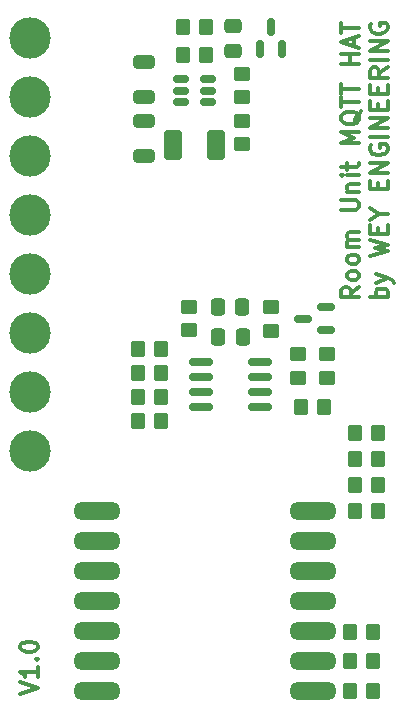
<source format=gbr>
%TF.GenerationSoftware,KiCad,Pcbnew,9.0.0*%
%TF.CreationDate,2025-03-15T15:58:51+01:00*%
%TF.ProjectId,RoomUnit_MQTT_PCB,526f6f6d-556e-4697-945f-4d5154545f50,rev?*%
%TF.SameCoordinates,Original*%
%TF.FileFunction,Soldermask,Top*%
%TF.FilePolarity,Negative*%
%FSLAX46Y46*%
G04 Gerber Fmt 4.6, Leading zero omitted, Abs format (unit mm)*
G04 Created by KiCad (PCBNEW 9.0.0) date 2025-03-15 15:58:51*
%MOMM*%
%LPD*%
G01*
G04 APERTURE LIST*
G04 Aperture macros list*
%AMRoundRect*
0 Rectangle with rounded corners*
0 $1 Rounding radius*
0 $2 $3 $4 $5 $6 $7 $8 $9 X,Y pos of 4 corners*
0 Add a 4 corners polygon primitive as box body*
4,1,4,$2,$3,$4,$5,$6,$7,$8,$9,$2,$3,0*
0 Add four circle primitives for the rounded corners*
1,1,$1+$1,$2,$3*
1,1,$1+$1,$4,$5*
1,1,$1+$1,$6,$7*
1,1,$1+$1,$8,$9*
0 Add four rect primitives between the rounded corners*
20,1,$1+$1,$2,$3,$4,$5,0*
20,1,$1+$1,$4,$5,$6,$7,0*
20,1,$1+$1,$6,$7,$8,$9,0*
20,1,$1+$1,$8,$9,$2,$3,0*%
G04 Aperture macros list end*
%ADD10C,0.300000*%
%ADD11RoundRect,0.250001X-0.499999X-0.999999X0.499999X-0.999999X0.499999X0.999999X-0.499999X0.999999X0*%
%ADD12RoundRect,0.250000X-0.350000X-0.450000X0.350000X-0.450000X0.350000X0.450000X-0.350000X0.450000X0*%
%ADD13O,4.000000X1.524000*%
%ADD14RoundRect,0.250000X-0.450000X0.350000X-0.450000X-0.350000X0.450000X-0.350000X0.450000X0.350000X0*%
%ADD15RoundRect,0.250000X0.450000X-0.350000X0.450000X0.350000X-0.450000X0.350000X-0.450000X-0.350000X0*%
%ADD16RoundRect,0.250000X-0.650000X0.325000X-0.650000X-0.325000X0.650000X-0.325000X0.650000X0.325000X0*%
%ADD17RoundRect,0.250000X-0.475000X0.337500X-0.475000X-0.337500X0.475000X-0.337500X0.475000X0.337500X0*%
%ADD18RoundRect,0.150000X0.512500X0.150000X-0.512500X0.150000X-0.512500X-0.150000X0.512500X-0.150000X0*%
%ADD19C,3.500000*%
%ADD20RoundRect,0.250000X0.350000X0.450000X-0.350000X0.450000X-0.350000X-0.450000X0.350000X-0.450000X0*%
%ADD21RoundRect,0.250000X0.650000X-0.325000X0.650000X0.325000X-0.650000X0.325000X-0.650000X-0.325000X0*%
%ADD22RoundRect,0.250000X0.337500X0.475000X-0.337500X0.475000X-0.337500X-0.475000X0.337500X-0.475000X0*%
%ADD23RoundRect,0.150000X0.587500X0.150000X-0.587500X0.150000X-0.587500X-0.150000X0.587500X-0.150000X0*%
%ADD24RoundRect,0.150000X-0.825000X-0.150000X0.825000X-0.150000X0.825000X0.150000X-0.825000X0.150000X0*%
%ADD25RoundRect,0.150000X0.150000X-0.587500X0.150000X0.587500X-0.150000X0.587500X-0.150000X-0.587500X0*%
G04 APERTURE END LIST*
D10*
X151500828Y-98259774D02*
X153000828Y-97759774D01*
X153000828Y-97759774D02*
X151500828Y-97259774D01*
X153000828Y-95974060D02*
X153000828Y-96831203D01*
X153000828Y-96402632D02*
X151500828Y-96402632D01*
X151500828Y-96402632D02*
X151715114Y-96545489D01*
X151715114Y-96545489D02*
X151857971Y-96688346D01*
X151857971Y-96688346D02*
X151929400Y-96831203D01*
X152857971Y-95331204D02*
X152929400Y-95259775D01*
X152929400Y-95259775D02*
X153000828Y-95331204D01*
X153000828Y-95331204D02*
X152929400Y-95402632D01*
X152929400Y-95402632D02*
X152857971Y-95331204D01*
X152857971Y-95331204D02*
X153000828Y-95331204D01*
X151500828Y-94331203D02*
X151500828Y-94188346D01*
X151500828Y-94188346D02*
X151572257Y-94045489D01*
X151572257Y-94045489D02*
X151643685Y-93974061D01*
X151643685Y-93974061D02*
X151786542Y-93902632D01*
X151786542Y-93902632D02*
X152072257Y-93831203D01*
X152072257Y-93831203D02*
X152429400Y-93831203D01*
X152429400Y-93831203D02*
X152715114Y-93902632D01*
X152715114Y-93902632D02*
X152857971Y-93974061D01*
X152857971Y-93974061D02*
X152929400Y-94045489D01*
X152929400Y-94045489D02*
X153000828Y-94188346D01*
X153000828Y-94188346D02*
X153000828Y-94331203D01*
X153000828Y-94331203D02*
X152929400Y-94474061D01*
X152929400Y-94474061D02*
X152857971Y-94545489D01*
X152857971Y-94545489D02*
X152715114Y-94616918D01*
X152715114Y-94616918D02*
X152429400Y-94688346D01*
X152429400Y-94688346D02*
X152072257Y-94688346D01*
X152072257Y-94688346D02*
X151786542Y-94616918D01*
X151786542Y-94616918D02*
X151643685Y-94545489D01*
X151643685Y-94545489D02*
X151572257Y-94474061D01*
X151572257Y-94474061D02*
X151500828Y-94331203D01*
X180185912Y-63788346D02*
X179471626Y-64288346D01*
X180185912Y-64645489D02*
X178685912Y-64645489D01*
X178685912Y-64645489D02*
X178685912Y-64074060D01*
X178685912Y-64074060D02*
X178757341Y-63931203D01*
X178757341Y-63931203D02*
X178828769Y-63859774D01*
X178828769Y-63859774D02*
X178971626Y-63788346D01*
X178971626Y-63788346D02*
X179185912Y-63788346D01*
X179185912Y-63788346D02*
X179328769Y-63859774D01*
X179328769Y-63859774D02*
X179400198Y-63931203D01*
X179400198Y-63931203D02*
X179471626Y-64074060D01*
X179471626Y-64074060D02*
X179471626Y-64645489D01*
X180185912Y-62931203D02*
X180114484Y-63074060D01*
X180114484Y-63074060D02*
X180043055Y-63145489D01*
X180043055Y-63145489D02*
X179900198Y-63216917D01*
X179900198Y-63216917D02*
X179471626Y-63216917D01*
X179471626Y-63216917D02*
X179328769Y-63145489D01*
X179328769Y-63145489D02*
X179257341Y-63074060D01*
X179257341Y-63074060D02*
X179185912Y-62931203D01*
X179185912Y-62931203D02*
X179185912Y-62716917D01*
X179185912Y-62716917D02*
X179257341Y-62574060D01*
X179257341Y-62574060D02*
X179328769Y-62502632D01*
X179328769Y-62502632D02*
X179471626Y-62431203D01*
X179471626Y-62431203D02*
X179900198Y-62431203D01*
X179900198Y-62431203D02*
X180043055Y-62502632D01*
X180043055Y-62502632D02*
X180114484Y-62574060D01*
X180114484Y-62574060D02*
X180185912Y-62716917D01*
X180185912Y-62716917D02*
X180185912Y-62931203D01*
X180185912Y-61574060D02*
X180114484Y-61716917D01*
X180114484Y-61716917D02*
X180043055Y-61788346D01*
X180043055Y-61788346D02*
X179900198Y-61859774D01*
X179900198Y-61859774D02*
X179471626Y-61859774D01*
X179471626Y-61859774D02*
X179328769Y-61788346D01*
X179328769Y-61788346D02*
X179257341Y-61716917D01*
X179257341Y-61716917D02*
X179185912Y-61574060D01*
X179185912Y-61574060D02*
X179185912Y-61359774D01*
X179185912Y-61359774D02*
X179257341Y-61216917D01*
X179257341Y-61216917D02*
X179328769Y-61145489D01*
X179328769Y-61145489D02*
X179471626Y-61074060D01*
X179471626Y-61074060D02*
X179900198Y-61074060D01*
X179900198Y-61074060D02*
X180043055Y-61145489D01*
X180043055Y-61145489D02*
X180114484Y-61216917D01*
X180114484Y-61216917D02*
X180185912Y-61359774D01*
X180185912Y-61359774D02*
X180185912Y-61574060D01*
X180185912Y-60431203D02*
X179185912Y-60431203D01*
X179328769Y-60431203D02*
X179257341Y-60359774D01*
X179257341Y-60359774D02*
X179185912Y-60216917D01*
X179185912Y-60216917D02*
X179185912Y-60002631D01*
X179185912Y-60002631D02*
X179257341Y-59859774D01*
X179257341Y-59859774D02*
X179400198Y-59788346D01*
X179400198Y-59788346D02*
X180185912Y-59788346D01*
X179400198Y-59788346D02*
X179257341Y-59716917D01*
X179257341Y-59716917D02*
X179185912Y-59574060D01*
X179185912Y-59574060D02*
X179185912Y-59359774D01*
X179185912Y-59359774D02*
X179257341Y-59216917D01*
X179257341Y-59216917D02*
X179400198Y-59145488D01*
X179400198Y-59145488D02*
X180185912Y-59145488D01*
X178685912Y-57288346D02*
X179900198Y-57288346D01*
X179900198Y-57288346D02*
X180043055Y-57216917D01*
X180043055Y-57216917D02*
X180114484Y-57145489D01*
X180114484Y-57145489D02*
X180185912Y-57002631D01*
X180185912Y-57002631D02*
X180185912Y-56716917D01*
X180185912Y-56716917D02*
X180114484Y-56574060D01*
X180114484Y-56574060D02*
X180043055Y-56502631D01*
X180043055Y-56502631D02*
X179900198Y-56431203D01*
X179900198Y-56431203D02*
X178685912Y-56431203D01*
X179185912Y-55716917D02*
X180185912Y-55716917D01*
X179328769Y-55716917D02*
X179257341Y-55645488D01*
X179257341Y-55645488D02*
X179185912Y-55502631D01*
X179185912Y-55502631D02*
X179185912Y-55288345D01*
X179185912Y-55288345D02*
X179257341Y-55145488D01*
X179257341Y-55145488D02*
X179400198Y-55074060D01*
X179400198Y-55074060D02*
X180185912Y-55074060D01*
X180185912Y-54359774D02*
X179185912Y-54359774D01*
X178685912Y-54359774D02*
X178757341Y-54431202D01*
X178757341Y-54431202D02*
X178828769Y-54359774D01*
X178828769Y-54359774D02*
X178757341Y-54288345D01*
X178757341Y-54288345D02*
X178685912Y-54359774D01*
X178685912Y-54359774D02*
X178828769Y-54359774D01*
X179185912Y-53859773D02*
X179185912Y-53288345D01*
X178685912Y-53645488D02*
X179971626Y-53645488D01*
X179971626Y-53645488D02*
X180114484Y-53574059D01*
X180114484Y-53574059D02*
X180185912Y-53431202D01*
X180185912Y-53431202D02*
X180185912Y-53288345D01*
X180185912Y-51645488D02*
X178685912Y-51645488D01*
X178685912Y-51645488D02*
X179757341Y-51145488D01*
X179757341Y-51145488D02*
X178685912Y-50645488D01*
X178685912Y-50645488D02*
X180185912Y-50645488D01*
X180328769Y-48931202D02*
X180257341Y-49074059D01*
X180257341Y-49074059D02*
X180114484Y-49216916D01*
X180114484Y-49216916D02*
X179900198Y-49431202D01*
X179900198Y-49431202D02*
X179828769Y-49574059D01*
X179828769Y-49574059D02*
X179828769Y-49716916D01*
X180185912Y-49645487D02*
X180114484Y-49788345D01*
X180114484Y-49788345D02*
X179971626Y-49931202D01*
X179971626Y-49931202D02*
X179685912Y-50002630D01*
X179685912Y-50002630D02*
X179185912Y-50002630D01*
X179185912Y-50002630D02*
X178900198Y-49931202D01*
X178900198Y-49931202D02*
X178757341Y-49788345D01*
X178757341Y-49788345D02*
X178685912Y-49645487D01*
X178685912Y-49645487D02*
X178685912Y-49359773D01*
X178685912Y-49359773D02*
X178757341Y-49216916D01*
X178757341Y-49216916D02*
X178900198Y-49074059D01*
X178900198Y-49074059D02*
X179185912Y-49002630D01*
X179185912Y-49002630D02*
X179685912Y-49002630D01*
X179685912Y-49002630D02*
X179971626Y-49074059D01*
X179971626Y-49074059D02*
X180114484Y-49216916D01*
X180114484Y-49216916D02*
X180185912Y-49359773D01*
X180185912Y-49359773D02*
X180185912Y-49645487D01*
X178685912Y-48574058D02*
X178685912Y-47716916D01*
X180185912Y-48145487D02*
X178685912Y-48145487D01*
X178685912Y-47431201D02*
X178685912Y-46574059D01*
X180185912Y-47002630D02*
X178685912Y-47002630D01*
X180185912Y-44931202D02*
X178685912Y-44931202D01*
X179400198Y-44931202D02*
X179400198Y-44074059D01*
X180185912Y-44074059D02*
X178685912Y-44074059D01*
X179757341Y-43431201D02*
X179757341Y-42716916D01*
X180185912Y-43574058D02*
X178685912Y-43074058D01*
X178685912Y-43074058D02*
X180185912Y-42574058D01*
X178685912Y-42288344D02*
X178685912Y-41431202D01*
X180185912Y-41859773D02*
X178685912Y-41859773D01*
X182600828Y-64645489D02*
X181100828Y-64645489D01*
X181672257Y-64645489D02*
X181600828Y-64502632D01*
X181600828Y-64502632D02*
X181600828Y-64216917D01*
X181600828Y-64216917D02*
X181672257Y-64074060D01*
X181672257Y-64074060D02*
X181743685Y-64002632D01*
X181743685Y-64002632D02*
X181886542Y-63931203D01*
X181886542Y-63931203D02*
X182315114Y-63931203D01*
X182315114Y-63931203D02*
X182457971Y-64002632D01*
X182457971Y-64002632D02*
X182529400Y-64074060D01*
X182529400Y-64074060D02*
X182600828Y-64216917D01*
X182600828Y-64216917D02*
X182600828Y-64502632D01*
X182600828Y-64502632D02*
X182529400Y-64645489D01*
X181600828Y-63431203D02*
X182600828Y-63074060D01*
X181600828Y-62716917D02*
X182600828Y-63074060D01*
X182600828Y-63074060D02*
X182957971Y-63216917D01*
X182957971Y-63216917D02*
X183029400Y-63288346D01*
X183029400Y-63288346D02*
X183100828Y-63431203D01*
X181100828Y-61145489D02*
X182600828Y-60788346D01*
X182600828Y-60788346D02*
X181529400Y-60502632D01*
X181529400Y-60502632D02*
X182600828Y-60216917D01*
X182600828Y-60216917D02*
X181100828Y-59859775D01*
X181815114Y-59288346D02*
X181815114Y-58788346D01*
X182600828Y-58574060D02*
X182600828Y-59288346D01*
X182600828Y-59288346D02*
X181100828Y-59288346D01*
X181100828Y-59288346D02*
X181100828Y-58574060D01*
X181886542Y-57645488D02*
X182600828Y-57645488D01*
X181100828Y-58145488D02*
X181886542Y-57645488D01*
X181886542Y-57645488D02*
X181100828Y-57145488D01*
X181815114Y-55502632D02*
X181815114Y-55002632D01*
X182600828Y-54788346D02*
X182600828Y-55502632D01*
X182600828Y-55502632D02*
X181100828Y-55502632D01*
X181100828Y-55502632D02*
X181100828Y-54788346D01*
X182600828Y-54145489D02*
X181100828Y-54145489D01*
X181100828Y-54145489D02*
X182600828Y-53288346D01*
X182600828Y-53288346D02*
X181100828Y-53288346D01*
X181172257Y-51788345D02*
X181100828Y-51931203D01*
X181100828Y-51931203D02*
X181100828Y-52145488D01*
X181100828Y-52145488D02*
X181172257Y-52359774D01*
X181172257Y-52359774D02*
X181315114Y-52502631D01*
X181315114Y-52502631D02*
X181457971Y-52574060D01*
X181457971Y-52574060D02*
X181743685Y-52645488D01*
X181743685Y-52645488D02*
X181957971Y-52645488D01*
X181957971Y-52645488D02*
X182243685Y-52574060D01*
X182243685Y-52574060D02*
X182386542Y-52502631D01*
X182386542Y-52502631D02*
X182529400Y-52359774D01*
X182529400Y-52359774D02*
X182600828Y-52145488D01*
X182600828Y-52145488D02*
X182600828Y-52002631D01*
X182600828Y-52002631D02*
X182529400Y-51788345D01*
X182529400Y-51788345D02*
X182457971Y-51716917D01*
X182457971Y-51716917D02*
X181957971Y-51716917D01*
X181957971Y-51716917D02*
X181957971Y-52002631D01*
X182600828Y-51074060D02*
X181100828Y-51074060D01*
X182600828Y-50359774D02*
X181100828Y-50359774D01*
X181100828Y-50359774D02*
X182600828Y-49502631D01*
X182600828Y-49502631D02*
X181100828Y-49502631D01*
X181815114Y-48788345D02*
X181815114Y-48288345D01*
X182600828Y-48074059D02*
X182600828Y-48788345D01*
X182600828Y-48788345D02*
X181100828Y-48788345D01*
X181100828Y-48788345D02*
X181100828Y-48074059D01*
X181815114Y-47431202D02*
X181815114Y-46931202D01*
X182600828Y-46716916D02*
X182600828Y-47431202D01*
X182600828Y-47431202D02*
X181100828Y-47431202D01*
X181100828Y-47431202D02*
X181100828Y-46716916D01*
X182600828Y-45216916D02*
X181886542Y-45716916D01*
X182600828Y-46074059D02*
X181100828Y-46074059D01*
X181100828Y-46074059D02*
X181100828Y-45502630D01*
X181100828Y-45502630D02*
X181172257Y-45359773D01*
X181172257Y-45359773D02*
X181243685Y-45288344D01*
X181243685Y-45288344D02*
X181386542Y-45216916D01*
X181386542Y-45216916D02*
X181600828Y-45216916D01*
X181600828Y-45216916D02*
X181743685Y-45288344D01*
X181743685Y-45288344D02*
X181815114Y-45359773D01*
X181815114Y-45359773D02*
X181886542Y-45502630D01*
X181886542Y-45502630D02*
X181886542Y-46074059D01*
X182600828Y-44574059D02*
X181100828Y-44574059D01*
X182600828Y-43859773D02*
X181100828Y-43859773D01*
X181100828Y-43859773D02*
X182600828Y-43002630D01*
X182600828Y-43002630D02*
X181100828Y-43002630D01*
X181172257Y-41502629D02*
X181100828Y-41645487D01*
X181100828Y-41645487D02*
X181100828Y-41859772D01*
X181100828Y-41859772D02*
X181172257Y-42074058D01*
X181172257Y-42074058D02*
X181315114Y-42216915D01*
X181315114Y-42216915D02*
X181457971Y-42288344D01*
X181457971Y-42288344D02*
X181743685Y-42359772D01*
X181743685Y-42359772D02*
X181957971Y-42359772D01*
X181957971Y-42359772D02*
X182243685Y-42288344D01*
X182243685Y-42288344D02*
X182386542Y-42216915D01*
X182386542Y-42216915D02*
X182529400Y-42074058D01*
X182529400Y-42074058D02*
X182600828Y-41859772D01*
X182600828Y-41859772D02*
X182600828Y-41716915D01*
X182600828Y-41716915D02*
X182529400Y-41502629D01*
X182529400Y-41502629D02*
X182457971Y-41431201D01*
X182457971Y-41431201D02*
X181957971Y-41431201D01*
X181957971Y-41431201D02*
X181957971Y-41716915D01*
D11*
%TO.C,L1*%
X168098000Y-51740000D03*
X164398000Y-51740000D03*
%TD*%
D12*
%TO.C,R23*%
X179800000Y-76200000D03*
X181800000Y-76200000D03*
%TD*%
%TO.C,R3*%
X161446000Y-71044000D03*
X163446000Y-71044000D03*
%TD*%
D13*
%TO.C,J2*%
X158000000Y-98000000D03*
X158000000Y-95460000D03*
X158000000Y-92920000D03*
X158000000Y-90380000D03*
X158000000Y-87840000D03*
X158000000Y-85300000D03*
X158000000Y-82760000D03*
%TD*%
D14*
%TO.C,R15*%
X170250000Y-45750000D03*
X170250000Y-47750000D03*
%TD*%
D15*
%TO.C,R9*%
X165748000Y-67472000D03*
X165748000Y-65472000D03*
%TD*%
D16*
%TO.C,C3*%
X162000000Y-49775000D03*
X162000000Y-52725000D03*
%TD*%
D14*
%TO.C,R8*%
X175000000Y-69500000D03*
X175000000Y-71500000D03*
%TD*%
D12*
%TO.C,R19*%
X179400000Y-95489489D03*
X181400000Y-95489489D03*
%TD*%
%TO.C,R17*%
X165250000Y-41750000D03*
X167250000Y-41750000D03*
%TD*%
%TO.C,R22*%
X179800000Y-78400000D03*
X181800000Y-78400000D03*
%TD*%
D13*
%TO.C,J1*%
X176300000Y-98000000D03*
X176300000Y-95460000D03*
X176300000Y-92920000D03*
X176300000Y-90380000D03*
X176300000Y-87840000D03*
X176300000Y-85300000D03*
X176300000Y-82760000D03*
%TD*%
D14*
%TO.C,R16*%
X170312000Y-49724000D03*
X170312000Y-51724000D03*
%TD*%
%TO.C,R5*%
X177500000Y-69500000D03*
X177500000Y-71500000D03*
%TD*%
D12*
%TO.C,R18*%
X179400000Y-98000000D03*
X181400000Y-98000000D03*
%TD*%
D14*
%TO.C,R4*%
X172750000Y-65500000D03*
X172750000Y-67500000D03*
%TD*%
D17*
%TO.C,C5*%
X169500000Y-41712500D03*
X169500000Y-43787500D03*
%TD*%
D18*
%TO.C,U2*%
X167385500Y-48118000D03*
X167385500Y-47168000D03*
X167385500Y-46218000D03*
X165110500Y-46218000D03*
X165110500Y-47168000D03*
X165110500Y-48118000D03*
%TD*%
D12*
%TO.C,R20*%
X179400000Y-93000000D03*
X181400000Y-93000000D03*
%TD*%
D19*
%TO.C,U4*%
X152350000Y-42700000D03*
X152350000Y-47700000D03*
X152350000Y-52700000D03*
X152350000Y-57700000D03*
X152350000Y-62700000D03*
X152350000Y-67700000D03*
X152350000Y-72700000D03*
X152350000Y-77700000D03*
%TD*%
D20*
%TO.C,R13*%
X181800000Y-82800000D03*
X179800000Y-82800000D03*
%TD*%
D21*
%TO.C,C4*%
X162000000Y-47725000D03*
X162000000Y-44775000D03*
%TD*%
D12*
%TO.C,R6*%
X175250000Y-74000000D03*
X177250000Y-74000000D03*
%TD*%
D20*
%TO.C,R14*%
X163446000Y-75108000D03*
X161446000Y-75108000D03*
%TD*%
D22*
%TO.C,C1*%
X170341500Y-67996000D03*
X168266500Y-67996000D03*
%TD*%
D12*
%TO.C,R21*%
X179800000Y-80600000D03*
X181800000Y-80600000D03*
%TD*%
D23*
%TO.C,Q1*%
X177353500Y-67422000D03*
X177353500Y-65522000D03*
X175478500Y-66472000D03*
%TD*%
D24*
%TO.C,U1*%
X166829000Y-70155000D03*
X166829000Y-71425000D03*
X166829000Y-72695000D03*
X166829000Y-73965000D03*
X171779000Y-73965000D03*
X171779000Y-72695000D03*
X171779000Y-71425000D03*
X171779000Y-70155000D03*
%TD*%
D22*
%TO.C,C2*%
X170287500Y-65500000D03*
X168212500Y-65500000D03*
%TD*%
D25*
%TO.C,D1*%
X171800000Y-43687500D03*
X173700000Y-43687500D03*
X172750000Y-41812500D03*
%TD*%
D12*
%TO.C,R1*%
X161446000Y-69012000D03*
X163446000Y-69012000D03*
%TD*%
%TO.C,R7*%
X165248000Y-44120000D03*
X167248000Y-44120000D03*
%TD*%
%TO.C,R2*%
X161446000Y-73076000D03*
X163446000Y-73076000D03*
%TD*%
M02*

</source>
